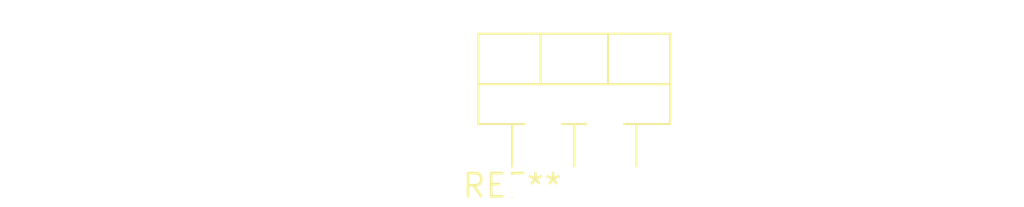
<source format=kicad_pcb>
(kicad_pcb (version 20240108) (generator pcbnew)
  (layers (0 "F.Cu" signal) (31 "B.Cu" signal) (34 "B.Paste" user) (35 "F.Paste" user) (36 "B.SilkS" user "B.Silkscreen") (37 "F.SilkS" user "F.Silkscreen") (38 "B.Mask" user) (39 "F.Mask" user) (44 "Edge.Cuts" user))
  (net 0 "")
  (footprint "TO-220F-5_P3.4x3.7mm_StaggerOdd_Lead3.5mm_Vertical" (layer "F.Cu") (at 0 0)
    (property "Reference" "REF**")
    (property "Value" "TO-220F-5_P3.4x3.7mm_StaggerOdd_Lead3.5mm_Vertical")
    (fp_line (start -1.85 -8.32) (end -1.85 -3.379) (layer "F.SilkS") (stroke (width 0.12)))
    (fp_line (start -1.85 -8.32) (end 8.65 -8.32) (layer "F.SilkS") (stroke (width 0.12)))
    (fp_line (start -1.85 -5.561) (end 8.65 -5.561) (layer "F.SilkS") (stroke (width 0.12)))
    (fp_line (start -1.85 -3.379) (end 0.669 -3.379) (layer "F.SilkS") (stroke (width 0.12)))
    (fp_line (start 0 -3.379) (end 0 -1.049) (layer "F.SilkS") (stroke (width 0.12)))
    (fp_line (start 1.55 -8.32) (end 1.55 -5.561) (layer "F.SilkS") (stroke (width 0.12)))
    (fp_line (start 2.732 -3.379) (end 4.069 -3.379) (layer "F.SilkS") (stroke (width 0.12)))
    (fp_line (start 3.4 -3.379) (end 3.4 -1.065) (layer "F.SilkS") (stroke (width 0.12)))
    (fp_line (start 5.25 -8.32) (end 5.25 -5.561) (layer "F.SilkS") (stroke (width 0.12)))
    (fp_line (start 6.132 -3.379) (end 8.65 -3.379) (layer "F.SilkS") (stroke (width 0.12)))
    (fp_line (start 6.8 -3.379) (end 6.8 -1.065) (layer "F.SilkS") (stroke (width 0.12)))
    (fp_line (start 8.65 -8.32) (end 8.65 -3.379) (layer "F.SilkS") (stroke (width 0.12)))
    (pad "1" thru_hole rect (at 0 0) (size 1.8 1.8) (drill 1.2) (layers *.Cu *.Mask) (remove_unused_layers))
    (pad "2" thru_hole oval (at 1.7 -3.7) (size 1.8 1.8) (drill 1.2) (layers *.Cu *.Mask) (remove_unused_layers))
    (pad "3" thru_hole oval (at 3.4 0) (size 1.8 1.8) (drill 1.2) (layers *.Cu *.Mask) (remove_unused_layers))
    (pad "4" thru_hole oval (at 5.1 -3.7) (size 1.8 1.8) (drill 1.2) (layers *.Cu *.Mask) (remove_unused_layers))
    (pad "5" thru_hole oval (at 6.8 0) (size 1.8 1.8) (drill 1.2) (layers *.Cu *.Mask) (remove_unused_layers))
  )
)
</source>
